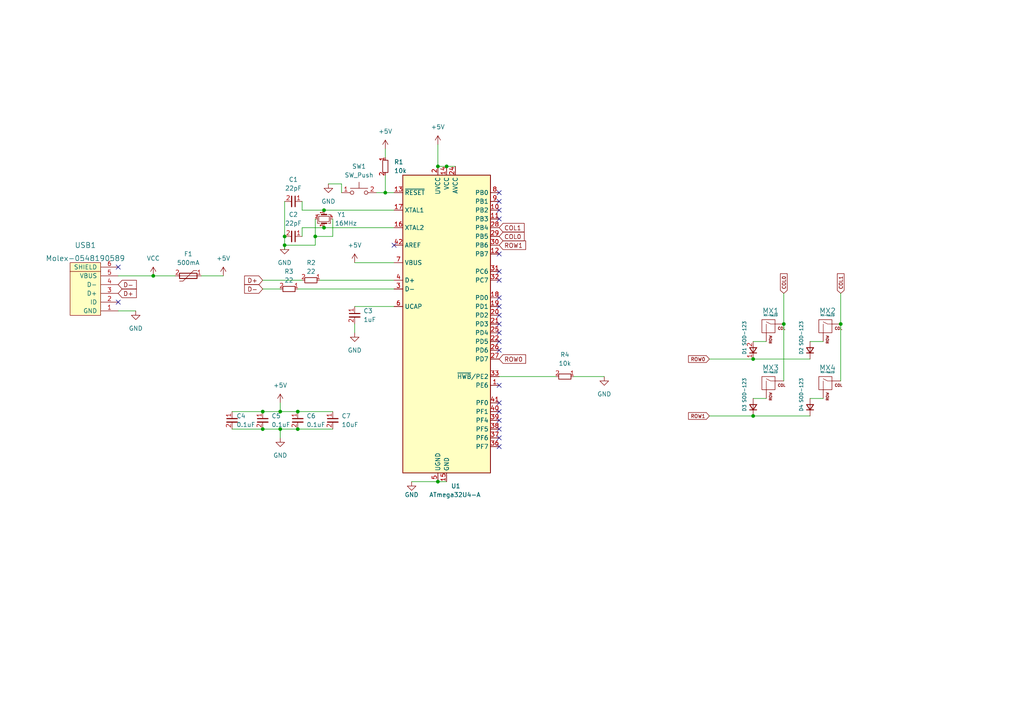
<source format=kicad_sch>
(kicad_sch (version 20211123) (generator eeschema)
  (paper "A4")
  (lib_symbols
    (symbol "C_Small_1" (pin_names (offset 0.254) hide)
      (property "Reference" "C" (at 0.254 1.778 0))
      (property "Value" "C_Small_1" (at 0.254 -2.032 0))
      (symbol "C_Small_1_0_1"
        (polyline (pts (xy -1.524 -0.508) (xy 1.524 -0.508)) (stroke (width 0.3302)))
        (polyline (pts (xy -1.524 0.508) (xy 1.524 0.508)) (stroke (width 0.3048)))
      )
      (symbol "C_Small_1_1_1"
        (pin passive line (at 0 2.54 270) (length 2.032) (name "~") (number "1"))
        (pin passive line (at 0 -2.54 90) (length 2.032) (name "~") (number "2"))
      )
    )
    (symbol "C_Small_2" (pin_names (offset 0.254) hide)
      (property "Reference" "C" (at 0.254 1.778 0))
      (property "Value" "C_Small_2" (at 0.254 -2.032 0))
      (symbol "C_Small_2_0_1"
        (polyline (pts (xy -1.524 -0.508) (xy 1.524 -0.508)) (stroke (width 0.3302)))
        (polyline (pts (xy -1.524 0.508) (xy 1.524 0.508)) (stroke (width 0.3048)))
      )
      (symbol "C_Small_2_1_1"
        (pin passive line (at 0 2.54 270) (length 2.032) (name "~") (number "1"))
        (pin passive line (at 0 -2.54 90) (length 2.032) (name "~") (number "2"))
      )
    )
    (symbol "C_Small_3" (pin_names (offset 0.254) hide)
      (property "Reference" "C" (at 0.254 1.778 0))
      (property "Value" "C_Small_3" (at 0.254 -2.032 0))
      (symbol "C_Small_3_0_1"
        (polyline (pts (xy -1.524 -0.508) (xy 1.524 -0.508)) (stroke (width 0.3302)))
        (polyline (pts (xy -1.524 0.508) (xy 1.524 0.508)) (stroke (width 0.3048)))
      )
      (symbol "C_Small_3_1_1"
        (pin passive line (at 0 2.54 270) (length 2.032) (name "~") (number "1"))
        (pin passive line (at 0 -2.54 90) (length 2.032) (name "~") (number "2"))
      )
    )
    (symbol "C_Small_4" (pin_names (offset 0.254) hide)
      (property "Reference" "C" (at 0.254 1.778 0))
      (property "Value" "C_Small_4" (at 0.254 -2.032 0))
      (symbol "C_Small_4_0_1"
        (polyline (pts (xy -1.524 -0.508) (xy 1.524 -0.508)) (stroke (width 0.3302)))
        (polyline (pts (xy -1.524 0.508) (xy 1.524 0.508)) (stroke (width 0.3048)))
      )
      (symbol "C_Small_4_1_1"
        (pin passive line (at 0 2.54 270) (length 2.032) (name "~") (number "1"))
        (pin passive line (at 0 -2.54 90) (length 2.032) (name "~") (number "2"))
      )
    )
    (symbol "C_Small_5" (pin_names (offset 0.254) hide)
      (property "Reference" "C" (at 0.254 1.778 0))
      (property "Value" "C_Small_5" (at 0.254 -2.032 0))
      (symbol "C_Small_5_0_1"
        (polyline (pts (xy -1.524 -0.508) (xy 1.524 -0.508)) (stroke (width 0.3302)))
        (polyline (pts (xy -1.524 0.508) (xy 1.524 0.508)) (stroke (width 0.3048)))
      )
      (symbol "C_Small_5_1_1"
        (pin passive line (at 0 2.54 270) (length 2.032) (name "~") (number "1"))
        (pin passive line (at 0 -2.54 90) (length 2.032) (name "~") (number "2"))
      )
    )
    (symbol "C_Small_6" (pin_names (offset 0.254) hide)
      (property "Reference" "C" (at 0.254 1.778 0))
      (property "Value" "C_Small_6" (at 0.254 -2.032 0))
      (symbol "C_Small_6_0_1"
        (polyline (pts (xy -1.524 -0.508) (xy 1.524 -0.508)) (stroke (width 0.3302)))
        (polyline (pts (xy -1.524 0.508) (xy 1.524 0.508)) (stroke (width 0.3048)))
      )
      (symbol "C_Small_6_1_1"
        (pin passive line (at 0 2.54 270) (length 2.032) (name "~") (number "1"))
        (pin passive line (at 0 -2.54 90) (length 2.032) (name "~") (number "2"))
      )
    )
    (symbol "D_Small_1" (pin_names (offset 0.254) hide)
      (property "Reference" "D" (at -1.27 2.032 0))
      (property "Value" "D_Small_1" (at -3.81 -2.032 0))
      (symbol "D_Small_1_0_1"
        (polyline (pts (xy -0.762 -1.016) (xy -0.762 1.016)) (stroke (width 0.254)))
        (polyline (pts (xy -0.762 0) (xy 0.762 0)))
        (polyline (pts (xy 0.762 -1.016) (xy -0.762 0) (xy 0.762 1.016) (xy 0.762 -1.016)) (stroke (width 0.254)))
      )
      (symbol "D_Small_1_1_1"
        (pin passive line (at -2.54 0 0) (length 1.778) (name "K") (number "1"))
        (pin passive line (at 2.54 0 180) (length 1.778) (name "A") (number "2"))
      )
    )
    (symbol "Device:C_Small" (pin_names (offset 0.254) hide)
      (property "Reference" "C" (at 0.254 1.778 0))
      (property "Value" "C_Small" (at 0.254 -2.032 0))
      (symbol "C_Small_0_1"
        (polyline (pts (xy -1.524 -0.508) (xy 1.524 -0.508)) (stroke (width 0.3302)))
        (polyline (pts (xy -1.524 0.508) (xy 1.524 0.508)) (stroke (width 0.3048)))
      )
      (symbol "C_Small_1_1"
        (pin passive line (at 0 2.54 270) (length 2.032) (name "~") (number "1"))
        (pin passive line (at 0 -2.54 90) (length 2.032) (name "~") (number "2"))
      )
    )
    (symbol "Device:Crystal_GND24_Small" (pin_names (offset 1.016) hide)
      (property "Reference" "Y" (at 1.27 4.445 0))
      (property "Value" "Crystal_GND24_Small" (at 1.27 2.54 0))
      (symbol "Crystal_GND24_Small_0_1"
        (rectangle (start -0.762 -1.524) (end 0.762 1.524))
        (polyline (pts (xy -1.27 -0.762) (xy -1.27 0.762)) (stroke (width 0.381)))
        (polyline (pts (xy 1.27 -0.762) (xy 1.27 0.762)) (stroke (width 0.381)))
        (polyline (pts (xy -1.27 -1.27) (xy -1.27 -1.905) (xy 1.27 -1.905) (xy 1.27 -1.27)))
        (polyline (pts (xy -1.27 1.27) (xy -1.27 1.905) (xy 1.27 1.905) (xy 1.27 1.27)))
      )
      (symbol "Crystal_GND24_Small_1_1"
        (pin passive line (at -2.54 0 0) (length 1.27) (name "1") (number "1"))
        (pin passive line (at 0 -2.54 90) (length 0.635) (name "2") (number "2"))
        (pin passive line (at 2.54 0 180) (length 1.27) (name "3") (number "3"))
        (pin passive line (at 0 2.54 270) (length 0.635) (name "4") (number "4"))
      )
    )
    (symbol "Device:D_Small" (pin_numbers hide) (pin_names (offset 0.254) hide)
      (property "Reference" "D" (at -1.27 2.032 0))
      (property "Value" "D_Small" (at -3.81 -2.032 0))
      (symbol "D_Small_0_1"
        (polyline (pts (xy -0.762 -1.016) (xy -0.762 1.016)) (stroke (width 0.254)))
        (polyline (pts (xy -0.762 0) (xy 0.762 0)))
        (polyline (pts (xy 0.762 -1.016) (xy -0.762 0) (xy 0.762 1.016) (xy 0.762 -1.016)) (stroke (width 0.254)))
      )
      (symbol "D_Small_1_1"
        (pin passive line (at -2.54 0 0) (length 1.778) (name "K") (number "1"))
        (pin passive line (at 2.54 0 180) (length 1.778) (name "A") (number "2"))
      )
    )
    (symbol "Device:Polyfuse" (pin_names (offset 0))
      (property "Reference" "F" (at -2.54 0 90))
      (property "Value" "Polyfuse" (at 2.54 0 90))
      (symbol "Polyfuse_0_1"
        (rectangle (start -0.762 2.54) (end 0.762 -2.54) (stroke (width 0.254)))
        (polyline (pts (xy 0 2.54) (xy 0 -2.54)))
        (polyline (pts (xy -1.524 2.54) (xy -1.524 1.524) (xy 1.524 -1.524) (xy 1.524 -2.54)))
      )
      (symbol "Polyfuse_1_1"
        (pin passive line (at 0 3.81 270) (length 1.27) (name "~") (number "1"))
        (pin passive line (at 0 -3.81 90) (length 1.27) (name "~") (number "2"))
      )
    )
    (symbol "Device:R_Small" (pin_names (offset 0.254) hide)
      (property "Reference" "R" (at 0.762 0.508 0))
      (property "Value" "R_Small" (at 0.762 -1.016 0))
      (symbol "R_Small_0_1"
        (rectangle (start -0.762 1.778) (end 0.762 -1.778) (stroke (width 0.2032)))
      )
      (symbol "R_Small_1_1"
        (pin passive line (at 0 2.54 270) (length 0.762) (name "~") (number "1"))
        (pin passive line (at 0 -2.54 90) (length 0.762) (name "~") (number "2"))
      )
    )
    (symbol "MCU_Microchip_ATmega:ATmega32U4-A"
      (property "Reference" "U" (at -12.7 44.45 0))
      (property "Value" "ATmega32U4-A" (at 2.54 -44.45 0))
      (symbol "ATmega32U4-A_0_1"
        (rectangle (start -12.7 -43.18) (end 12.7 43.18) (stroke (width 0.254)) (fill (type background)))
      )
      (symbol "ATmega32U4-A_1_1"
        (pin bidirectional line (at 15.24 -17.78 180) (length 2.54) (name "PE6") (number "1"))
        (pin bidirectional line (at 15.24 33.02 180) (length 2.54) (name "PB2") (number "10"))
        (pin bidirectional line (at 15.24 30.48 180) (length 2.54) (name "PB3") (number "11"))
        (pin bidirectional line (at 15.24 20.32 180) (length 2.54) (name "PB7") (number "12"))
        (pin input line (at -15.24 38.1 0) (length 2.54) (name "~{RESET}") (number "13"))
        (pin power_in line (at 0 45.72 270) (length 2.54) (name "VCC") (number "14"))
        (pin power_in line (at 0 -45.72 90) (length 2.54) (name "GND") (number "15"))
        (pin output line (at -15.24 27.94 0) (length 2.54) (name "XTAL2") (number "16"))
        (pin input line (at -15.24 33.02 0) (length 2.54) (name "XTAL1") (number "17"))
        (pin bidirectional line (at 15.24 7.62 180) (length 2.54) (name "PD0") (number "18"))
        (pin bidirectional line (at 15.24 5.08 180) (length 2.54) (name "PD1") (number "19"))
        (pin power_in line (at -2.54 45.72 270) (length 2.54) (name "UVCC") (number "2"))
        (pin bidirectional line (at 15.24 2.54 180) (length 2.54) (name "PD2") (number "20"))
        (pin bidirectional line (at 15.24 0 180) (length 2.54) (name "PD3") (number "21"))
        (pin bidirectional line (at 15.24 -5.08 180) (length 2.54) (name "PD5") (number "22"))
        (pin passive line (at 0 -45.72 90) (length 2.54) hide (name "GND") (number "23"))
        (pin power_in line (at 2.54 45.72 270) (length 2.54) (name "AVCC") (number "24"))
        (pin bidirectional line (at 15.24 -2.54 180) (length 2.54) (name "PD4") (number "25"))
        (pin bidirectional line (at 15.24 -7.62 180) (length 2.54) (name "PD6") (number "26"))
        (pin bidirectional line (at 15.24 -10.16 180) (length 2.54) (name "PD7") (number "27"))
        (pin bidirectional line (at 15.24 27.94 180) (length 2.54) (name "PB4") (number "28"))
        (pin bidirectional line (at 15.24 25.4 180) (length 2.54) (name "PB5") (number "29"))
        (pin bidirectional line (at -15.24 10.16 0) (length 2.54) (name "D-") (number "3"))
        (pin bidirectional line (at 15.24 22.86 180) (length 2.54) (name "PB6") (number "30"))
        (pin bidirectional line (at 15.24 15.24 180) (length 2.54) (name "PC6") (number "31"))
        (pin bidirectional line (at 15.24 12.7 180) (length 2.54) (name "PC7") (number "32"))
        (pin bidirectional line (at 15.24 -15.24 180) (length 2.54) (name "~{HWB}/PE2") (number "33"))
        (pin passive line (at 0 45.72 270) (length 2.54) hide (name "VCC") (number "34"))
        (pin passive line (at 0 -45.72 90) (length 2.54) hide (name "GND") (number "35"))
        (pin bidirectional line (at 15.24 -35.56 180) (length 2.54) (name "PF7") (number "36"))
        (pin bidirectional line (at 15.24 -33.02 180) (length 2.54) (name "PF6") (number "37"))
        (pin bidirectional line (at 15.24 -30.48 180) (length 2.54) (name "PF5") (number "38"))
        (pin bidirectional line (at 15.24 -27.94 180) (length 2.54) (name "PF4") (number "39"))
        (pin bidirectional line (at -15.24 12.7 0) (length 2.54) (name "D+") (number "4"))
        (pin bidirectional line (at 15.24 -25.4 180) (length 2.54) (name "PF1") (number "40"))
        (pin bidirectional line (at 15.24 -22.86 180) (length 2.54) (name "PF0") (number "41"))
        (pin passive line (at -15.24 22.86 0) (length 2.54) (name "AREF") (number "42"))
        (pin passive line (at 0 -45.72 90) (length 2.54) hide (name "GND") (number "43"))
        (pin passive line (at 2.54 45.72 270) (length 2.54) hide (name "AVCC") (number "44"))
        (pin passive line (at -2.54 -45.72 90) (length 2.54) (name "UGND") (number "5"))
        (pin passive line (at -15.24 5.08 0) (length 2.54) (name "UCAP") (number "6"))
        (pin input line (at -15.24 17.78 0) (length 2.54) (name "VBUS") (number "7"))
        (pin bidirectional line (at 15.24 38.1 180) (length 2.54) (name "PB0") (number "8"))
        (pin bidirectional line (at 15.24 35.56 180) (length 2.54) (name "PB1") (number "9"))
      )
    )
    (symbol "MX_Alps_Hybrid:MX-NoLED" (pin_names (offset 1.016))
      (property "Reference" "MX" (at -0.635 3.81 0))
      (property "Value" "MX-NoLED" (at -0.635 1.27 0))
      (symbol "MX-NoLED_0_0"
        (rectangle (start -2.54 2.54) (end 1.27 -1.27))
        (polyline (pts (xy -1.27 -1.27) (xy -1.27 1.27)) (stroke (width 0.127)))
        (polyline (pts (xy 1.27 1.27) (xy 0 1.27) (xy -1.27 1.905)) (stroke (width 0.127)))
        (text "COL" (at 3.175 0 0) (effects (font (size 0.762 0.762))))
        (text "ROW" (at 0 -1.905 900) (effects (font (size 0.762 0.762)) (justify right)))
      )
      (symbol "MX-NoLED_1_1"
        (pin passive line (at 3.81 1.27 180) (length 2.54) (name "COL") (number "1"))
        (pin passive line (at -1.27 -3.81 90) (length 2.54) (name "ROW") (number "2"))
      )
    )
    (symbol "R_Small_1" (pin_names (offset 0.254) hide)
      (property "Reference" "R" (at 0.762 0.508 0))
      (property "Value" "R_Small_1" (at 0.762 -1.016 0))
      (symbol "R_Small_1_0_1"
        (rectangle (start -0.762 1.778) (end 0.762 -1.778) (stroke (width 0.2032)))
      )
      (symbol "R_Small_1_1_1"
        (pin passive line (at 0 2.54 270) (length 0.762) (name "~") (number "1"))
        (pin passive line (at 0 -2.54 90) (length 0.762) (name "~") (number "2"))
      )
    )
    (symbol "R_Small_2" (pin_names (offset 0.254) hide)
      (property "Reference" "R" (at 0.762 0.508 0))
      (property "Value" "R_Small_2" (at 0.762 -1.016 0))
      (symbol "R_Small_2_0_1"
        (rectangle (start -0.762 1.778) (end 0.762 -1.778) (stroke (width 0.2032)))
      )
      (symbol "R_Small_2_1_1"
        (pin passive line (at 0 2.54 270) (length 0.762) (name "~") (number "1"))
        (pin passive line (at 0 -2.54 90) (length 0.762) (name "~") (number "2"))
      )
    )
    (symbol "R_Small_3" (pin_names (offset 0.254) hide)
      (property "Reference" "R" (at 0.762 0.508 0))
      (property "Value" "R_Small_3" (at 0.762 -1.016 0))
      (symbol "R_Small_3_0_1"
        (rectangle (start -0.762 1.778) (end 0.762 -1.778) (stroke (width 0.2032)))
      )
      (symbol "R_Small_3_1_1"
        (pin passive line (at 0 2.54 270) (length 0.762) (name "~") (number "1"))
        (pin passive line (at 0 -2.54 90) (length 0.762) (name "~") (number "2"))
      )
    )
    (symbol "Switch:SW_Push" (pin_names (offset 1.016) hide)
      (property "Reference" "SW" (at 1.27 2.54 0))
      (property "Value" "SW_Push" (at 0 -1.524 0))
      (symbol "SW_Push_0_1"
        (circle (center -2.032 0) (radius 0.508))
        (polyline (pts (xy 0 1.27) (xy 0 3.048)))
        (polyline (pts (xy 2.54 1.27) (xy -2.54 1.27)))
        (circle (center 2.032 0) (radius 0.508))
        (pin passive line (at -5.08 0 0) (length 2.54) (name "1") (number "1"))
        (pin passive line (at 5.08 0 180) (length 2.54) (name "2") (number "2"))
      )
    )
    (symbol "power:+5V" (power) (pin_names (offset 0))
      (property "Value" "+5V" (at 0 3.556 0))
      (symbol "+5V_0_1"
        (polyline (pts (xy -0.762 1.27) (xy 0 2.54)))
        (polyline (pts (xy 0 0) (xy 0 2.54)))
        (polyline (pts (xy 0 2.54) (xy 0.762 1.27)))
      )
      (symbol "+5V_1_1"
        (pin power_in line (at 0 0 90) (length 0) hide (name "+5V") (number "1"))
      )
    )
    (symbol "power:GND" (power) (pin_names (offset 0))
      (property "Value" "GND" (at 0 -3.81 0))
      (symbol "GND_0_1"
        (polyline (pts (xy 0 0) (xy 0 -1.27) (xy 1.27 -1.27) (xy 0 -2.54) (xy -1.27 -1.27) (xy 0 -1.27)))
      )
      (symbol "GND_1_1"
        (pin power_in line (at 0 0 270) (length 0) hide (name "GND") (number "1"))
      )
    )
    (symbol "power:VCC" (power) (pin_names (offset 0))
      (property "Value" "VCC" (at 0 3.81 0))
      (symbol "VCC_0_1"
        (polyline (pts (xy -0.762 1.27) (xy 0 2.54)))
        (polyline (pts (xy 0 0) (xy 0 2.54)))
        (polyline (pts (xy 0 2.54) (xy 0.762 1.27)))
      )
      (symbol "VCC_1_1"
        (pin power_in line (at 0 0 90) (length 0) hide (name "VCC") (number "1"))
      )
    )
    (symbol "random-keyboard-parts:Molex-0548190589" (pin_names (offset 1.016))
      (property "Reference" "USB" (at 0 7.62 0))
      (property "Value" "Molex-0548190589" (at 0 10.16 0))
      (symbol "Molex-0548190589_0_0"
        (polyline (pts (xy 6.35 -2.54) (xy 6.35 6.35)))
        (rectangle (start 8.89 -2.54) (end -6.35 6.35) (fill (type background)))
      )
      (symbol "Molex-0548190589_1_1"
        (pin input line (at -5.08 -7.62 90) (length 5.08) (name "GND") (number "1"))
        (pin input line (at -2.54 -7.62 90) (length 5.08) (name "ID") (number "2"))
        (pin input line (at 0 -7.62 90) (length 5.08) (name "D+") (number "3"))
        (pin input line (at 2.54 -7.62 90) (length 5.08) (name "D-") (number "4"))
        (pin input line (at 5.08 -7.62 90) (length 5.08) (name "VBUS") (number "5"))
        (pin input line (at 7.62 -7.62 90) (length 5.08) (name "SHIELD") (number "6"))
      )
    )
  )
  (junction (at 93.98 60.96))
  (junction (at 127 139.7))
  (junction (at 218.44 104.14))
  (junction (at 91.44 68.58))
  (junction (at 82.55 68.58))
  (junction (at 129.54 48.26))
  (junction (at 243.84 93.98))
  (junction (at 111.76 55.88))
  (junction (at 81.28 124.46))
  (junction (at 218.44 120.65))
  (junction (at 81.28 119.38))
  (junction (at 76.2 119.38))
  (junction (at 86.36 124.46))
  (junction (at 86.36 119.38))
  (junction (at 127 48.26))
  (junction (at 44.45 80.01))
  (junction (at 227.33 93.98))
  (junction (at 93.98 66.04))
  (junction (at 82.55 71.12))
  (junction (at 76.2 124.46))
  (no_connect (at 114.3 71.12))
  (no_connect (at 144.78 63.5))
  (no_connect (at 144.78 60.96))
  (no_connect (at 144.78 58.42))
  (no_connect (at 144.78 55.88))
  (no_connect (at 144.78 73.66))
  (no_connect (at 34.29 87.63))
  (no_connect (at 34.29 77.47))
  (no_connect (at 144.78 86.36))
  (no_connect (at 144.78 78.74))
  (no_connect (at 144.78 81.28))
  (no_connect (at 144.78 88.9))
  (no_connect (at 144.78 91.44))
  (no_connect (at 144.78 99.06))
  (no_connect (at 144.78 96.52))
  (no_connect (at 144.78 93.98))
  (no_connect (at 144.78 101.6))
  (no_connect (at 144.78 111.76))
  (no_connect (at 144.78 116.84))
  (no_connect (at 144.78 129.54))
  (no_connect (at 144.78 127))
  (no_connect (at 144.78 124.46))
  (no_connect (at 144.78 121.92))
  (no_connect (at 144.78 119.38))
  (wire (pts (xy 92.71 81.28) (xy 114.3 81.28)))
  (wire (pts (xy 86.36 83.82) (xy 114.3 83.82)))
  (wire (pts (xy 82.55 68.58) (xy 82.55 71.12)))
  (wire (pts (xy 91.44 68.58) (xy 91.44 71.12)))
  (wire (pts (xy 109.22 55.88) (xy 111.76 55.88)))
  (wire (pts (xy 95.25 53.34) (xy 99.06 53.34)))
  (wire (pts (xy 67.31 119.38) (xy 76.2 119.38)))
  (wire (pts (xy 111.76 55.88) (xy 114.3 55.88)))
  (wire (pts (xy 76.2 83.82) (xy 81.28 83.82)))
  (wire (pts (xy 144.78 109.22) (xy 161.29 109.22)))
  (wire (pts (xy 127 48.26) (xy 129.54 48.26)))
  (wire (pts (xy 127 139.7) (xy 129.54 139.7)))
  (wire (pts (xy 243.84 93.98) (xy 243.84 110.49)))
  (wire (pts (xy 67.31 124.46) (xy 76.2 124.46)))
  (wire (pts (xy 93.98 66.04) (xy 114.3 66.04)))
  (wire (pts (xy 81.28 116.84) (xy 81.28 119.38)))
  (wire (pts (xy 243.84 85.09) (xy 243.84 93.98)))
  (wire (pts (xy 34.29 80.01) (xy 44.45 80.01)))
  (wire (pts (xy 87.63 66.04) (xy 93.98 66.04)))
  (wire (pts (xy 127 139.7) (xy 119.38 139.7)))
  (wire (pts (xy 86.36 119.38) (xy 96.52 119.38)))
  (wire (pts (xy 227.33 85.09) (xy 227.33 93.98)))
  (wire (pts (xy 218.44 99.06) (xy 222.25 99.06)))
  (wire (pts (xy 87.63 58.42) (xy 87.63 60.96)))
  (wire (pts (xy 76.2 81.28) (xy 87.63 81.28)))
  (wire (pts (xy 96.52 63.5) (xy 96.52 68.58)))
  (wire (pts (xy 227.33 93.98) (xy 227.33 110.49)))
  (wire (pts (xy 102.87 88.9) (xy 114.3 88.9)))
  (wire (pts (xy 218.44 115.57) (xy 222.25 115.57)))
  (wire (pts (xy 81.28 119.38) (xy 86.36 119.38)))
  (wire (pts (xy 76.2 119.38) (xy 81.28 119.38)))
  (wire (pts (xy 82.55 71.12) (xy 91.44 71.12)))
  (wire (pts (xy 96.52 68.58) (xy 91.44 68.58)))
  (wire (pts (xy 99.06 53.34) (xy 99.06 55.88)))
  (wire (pts (xy 91.44 63.5) (xy 91.44 68.58)))
  (wire (pts (xy 82.55 58.42) (xy 82.55 68.58)))
  (wire (pts (xy 86.36 124.46) (xy 96.52 124.46)))
  (wire (pts (xy 129.54 48.26) (xy 132.08 48.26)))
  (wire (pts (xy 102.87 93.98) (xy 102.87 96.52)))
  (wire (pts (xy 205.74 104.14) (xy 218.44 104.14)))
  (wire (pts (xy 127 41.91) (xy 127 48.26)))
  (wire (pts (xy 234.95 115.57) (xy 238.76 115.57)))
  (wire (pts (xy 218.44 104.14) (xy 234.95 104.14)))
  (wire (pts (xy 111.76 50.8) (xy 111.76 55.88)))
  (wire (pts (xy 234.95 99.06) (xy 238.76 99.06)))
  (wire (pts (xy 44.45 80.01) (xy 50.8 80.01)))
  (wire (pts (xy 205.74 120.65) (xy 218.44 120.65)))
  (wire (pts (xy 102.87 76.2) (xy 114.3 76.2)))
  (wire (pts (xy 81.28 124.46) (xy 81.28 127)))
  (wire (pts (xy 87.63 60.96) (xy 93.98 60.96)))
  (wire (pts (xy 76.2 124.46) (xy 81.28 124.46)))
  (wire (pts (xy 218.44 120.65) (xy 234.95 120.65)))
  (wire (pts (xy 81.28 124.46) (xy 86.36 124.46)))
  (wire (pts (xy 58.42 80.01) (xy 64.77 80.01)))
  (wire (pts (xy 82.55 71.12) (xy 82.55 72.39)))
  (wire (pts (xy 166.37 109.22) (xy 175.26 109.22)))
  (wire (pts (xy 111.76 43.18) (xy 111.76 45.72)))
  (wire (pts (xy 34.29 90.17) (xy 39.37 90.17)))
  (wire (pts (xy 87.63 68.58) (xy 87.63 66.04)))
  (wire (pts (xy 93.98 60.96) (xy 114.3 60.96)))
  (global_label "D-" (shape input) (at 34.29 82.55 0) (property "Intersheet References" "${INTERSHEET_REFS}" (effects hide)))
  (global_label "COL0" (shape input) (at 227.33 85.09 90) (effects (font (size 1 1))) (property "Intersheet References" "${INTERSHEET_REFS}" (effects hide)))
  (global_label "COL1" (shape input) (at 243.84 85.09 90) (effects (font (size 1 1))) (property "Intersheet References" "${INTERSHEET_REFS}" (effects hide)))
  (global_label "D+" (shape input) (at 34.29 85.09 0) (property "Intersheet References" "${INTERSHEET_REFS}" (effects hide)))
  (global_label "ROW0" (shape input) (at 144.78 104.14 0) (property "Intersheet References" "${INTERSHEET_REFS}" (effects hide)))
  (global_label "COL0" (shape input) (at 144.78 68.58 0) (property "Intersheet References" "${INTERSHEET_REFS}" (effects hide)))
  (global_label "COL1" (shape input) (at 144.78 66.04 0) (property "Intersheet References" "${INTERSHEET_REFS}" (effects hide)))
  (global_label "D-" (shape input) (at 76.2 83.82 180) (property "Intersheet References" "${INTERSHEET_REFS}" (effects hide)))
  (global_label "ROW1" (shape input) (at 205.74 120.65 180) (effects (font (size 1 1))) (property "Intersheet References" "${INTERSHEET_REFS}" (effects hide)))
  (global_label "D+" (shape input) (at 76.2 81.28 180) (property "Intersheet References" "${INTERSHEET_REFS}" (effects hide)))
  (global_label "ROW0" (shape input) (at 205.74 104.14 180) (effects (font (size 1 1))) (property "Intersheet References" "${INTERSHEET_REFS}" (effects hide)))
  (global_label "ROW1" (shape input) (at 144.78 71.12 0) (property "Intersheet References" "${INTERSHEET_REFS}" (effects hide)))
  (symbol (lib_id "power:GND") (at 82.55 71.12 0) (unit 1)
    (property "Reference" "#PWR06" (effects hide))
    (property "Value" "GND" (at 82.55 76.2 0))
  )
  (symbol (lib_id "power:GND") (at 175.26 109.22 0) (unit 1)
    (property "Reference" "#PWR010" (effects hide))
    (property "Value" "GND" (at 175.26 114.3 0))
  )
  (symbol (lib_id "power:+5V") (at 111.76 43.18 0) (unit 1)
    (property "Reference" "#PWR02" (effects hide))
    (property "Value" "+5V" (at 111.76 38.1 0))
  )
  (symbol (lib_id "Device:Polyfuse") (at 54.61 80.01 270) (unit 1)
    (property "Reference" "F1" (at 54.61 73.66 90))
    (property "Value" "500mA" (at 54.61 76.2 90))
    (property "Footprint" "Fuse:Fuse_1206_3216Metric" (effects hide))
  )
  (symbol (lib_id "power:+5V") (at 102.87 76.2 0) (unit 1)
    (property "Reference" "#PWR08" (effects hide))
    (property "Value" "+5V" (at 102.87 71.12 0))
  )
  (symbol (lib_id "Device:Crystal_GND24_Small") (at 93.98 63.5 270) (unit 1)
    (property "Reference" "Y1" (at 99.06 62.23 90))
    (property "Value" "16MHz" (at 100.33 64.77 90))
    (property "Footprint" "Crystal:Crystal_SMD_3225-4Pin_3.2x2.5mm" (effects hide))
  )
  (symbol (lib_id "power:+5V") (at 64.77 80.01 0) (unit 1)
    (property "Reference" "#PWR05" (effects hide))
    (property "Value" "+5V" (at 64.77 74.93 0))
  )
  (symbol (lib_id "power:VCC") (at 44.45 80.01 0) (unit 1)
    (property "Reference" "#PWR04" (effects hide))
    (property "Value" "VCC" (at 44.45 74.93 0))
  )
  (symbol (lib_name "C_Small_6") (lib_id "Device:C_Small") (at 85.09 58.42 270) (unit 1)
    (property "Reference" "C1" (at 85.0836 52.07 90))
    (property "Value" "22pF" (at 85.0836 54.61 90))
    (property "Footprint" "Capacitor_SMD:C_0805_2012Metric" (effects hide))
  )
  (symbol (lib_id "random-keyboard-parts:Molex-0548190589") (at 26.67 85.09 90) (unit 1)
    (property "Reference" "USB1" (at 24.765 71.12 90) (effects (font (size 1.524 1.524))))
    (property "Value" "Molex-0548190589" (at 24.765 74.93 90) (effects (font (size 1.524 1.524))))
    (property "Footprint" "random-keyboard-parts:Molex-0548190589" (effects hide))
  )
  (symbol (lib_id "MX_Alps_Hybrid:MX-NoLED") (at 223.52 95.25 0) (unit 1)
    (property "Reference" "MX1" (at 223.52 90.17 0) (effects (font (size 1.524 1.524))))
    (property "Value" "MX-NoLED" (at 223.52 91.44 0) (effects (font (size 0.508 0.508))))
    (property "Footprint" "MX_Alps_Hybrid:MX-1U-NoLED" (effects hide))
  )
  (symbol (lib_id "Device:R_Small") (at 111.76 48.26 0) (unit 1)
    (property "Reference" "R1" (at 114.3 46.9899 0) (effects (justify left)))
    (property "Value" "10k" (at 114.3 49.5299 0) (effects (justify left)))
    (property "Footprint" "Resistor_SMD:R_0805_2012Metric" (effects hide))
  )
  (symbol (lib_id "Device:D_Small") (at 234.95 101.6 90) (unit 1)
    (property "Reference" "D2" (at 232.41 102.87 0) (effects (font (size 1 1)) (justify left)))
    (property "Value" "SOD-123" (at 232.41 100.33 0) (effects (font (size 1 1)) (justify left)))
    (property "Footprint" "Diode_SMD:D_SOD-123" (effects hide))
  )
  (symbol (lib_name "C_Small_2") (lib_id "Device:C_Small") (at 76.2 121.92 0) (unit 1)
    (property "Reference" "C5" (at 78.74 120.65 0) (effects (justify left)))
    (property "Value" "0.1uF" (at 78.74 123.1962 0) (effects (justify left)))
    (property "Footprint" "Capacitor_SMD:C_0805_2012Metric" (effects hide))
  )
  (symbol (lib_name "R_Small_1") (lib_id "Device:R_Small") (at 83.82 83.82 270) (unit 1)
    (property "Reference" "R3" (at 83.82 78.74 90))
    (property "Value" "22" (at 83.82 81.28 90))
    (property "Footprint" "Resistor_SMD:R_0805_2012Metric" (effects hide))
  )
  (symbol (lib_name "C_Small_3") (lib_id "Device:C_Small") (at 86.36 121.92 0) (unit 1)
    (property "Reference" "C6" (at 88.9 120.65 0) (effects (justify left)))
    (property "Value" "0.1uF" (at 88.9 123.1962 0) (effects (justify left)))
    (property "Footprint" "Capacitor_SMD:C_0805_2012Metric" (effects hide))
  )
  (symbol (lib_id "MX_Alps_Hybrid:MX-NoLED") (at 240.03 111.76 0) (unit 1)
    (property "Reference" "MX4" (at 240.03 106.68 0) (effects (font (size 1.524 1.524))))
    (property "Value" "MX-NoLED" (at 240.03 107.95 0) (effects (font (size 0.508 0.508))))
    (property "Footprint" "MX_Alps_Hybrid:MX-1U-NoLED" (effects hide))
  )
  (symbol (lib_name "D_Small_1") (lib_id "Device:D_Small") (at 218.44 101.6 90) (unit 1)
    (property "Reference" "D1" (at 215.9 102.87 0) (effects (font (size 1 1)) (justify left)))
    (property "Value" "SOD-123" (at 215.9 100.33 0) (effects (font (size 1 1)) (justify left)))
    (property "Footprint" "Diode_SMD:D_SOD-123" (effects hide))
  )
  (symbol (lib_id "MX_Alps_Hybrid:MX-NoLED") (at 240.03 95.25 0) (unit 1)
    (property "Reference" "MX2" (at 240.03 90.17 0) (effects (font (size 1.524 1.524))))
    (property "Value" "MX-NoLED" (at 240.03 91.44 0) (effects (font (size 0.508 0.508))))
    (property "Footprint" "MX_Alps_Hybrid:MX-1U-NoLED" (effects hide))
  )
  (symbol (lib_id "power:+5V") (at 127 41.91 0) (unit 1)
    (property "Reference" "#PWR01" (effects hide))
    (property "Value" "+5V" (at 127 36.83 0))
  )
  (symbol (lib_id "Device:D_Small") (at 234.95 118.11 90) (unit 1)
    (property "Reference" "D4" (at 232.41 119.38 0) (effects (font (size 1 1)) (justify left)))
    (property "Value" "SOD-123" (at 232.41 116.84 0) (effects (font (size 1 1)) (justify left)))
    (property "Footprint" "Diode_SMD:D_SOD-123" (effects hide))
  )
  (symbol (lib_id "power:+5V") (at 81.28 116.84 0) (unit 1)
    (property "Reference" "#PWR011" (effects hide))
    (property "Value" "+5V" (at 81.28 111.76 0))
  )
  (symbol (lib_id "power:GND") (at 95.25 53.34 0) (unit 1)
    (property "Reference" "#PWR03" (effects hide))
    (property "Value" "GND" (at 95.25 58.42 0))
  )
  (symbol (lib_id "MX_Alps_Hybrid:MX-NoLED") (at 223.52 111.76 0) (unit 1)
    (property "Reference" "MX3" (at 223.52 106.68 0) (effects (font (size 1.524 1.524))))
    (property "Value" "MX-NoLED" (at 223.52 107.95 0) (effects (font (size 0.508 0.508))))
    (property "Footprint" "MX_Alps_Hybrid:MX-1U-NoLED" (effects hide))
  )
  (symbol (lib_id "power:GND") (at 102.87 96.52 0) (unit 1)
    (property "Reference" "#PWR09" (effects hide))
    (property "Value" "GND" (at 102.87 101.6 0))
  )
  (symbol (lib_name "R_Small_2") (lib_id "Device:R_Small") (at 90.17 81.28 270) (unit 1)
    (property "Reference" "R2" (at 88.9 76.2 90) (effects (justify left)))
    (property "Value" "22" (at 88.9 78.74 90) (effects (justify left)))
    (property "Footprint" "Resistor_SMD:R_0805_2012Metric" (effects hide))
  )
  (symbol (lib_id "MCU_Microchip_ATmega:ATmega32U4-A") (at 129.54 93.98 0) (unit 1)
    (property "Reference" "U1" (at 130.81 140.97 0) (effects (justify left)))
    (property "Value" "ATmega32U4-A" (at 124.46 143.51 0) (effects (justify left)))
    (property "Footprint" "Package_QFP:TQFP-44_10x10mm_P0.8mm" (effects hide))
    (property "Datasheet" "http://ww1.microchip.com/downloads/en/DeviceDoc/Atmel-7766-8-bit-AVR-ATmega16U4-32U4_Datasheet.pdf" (effects hide))
  )
  (symbol (lib_id "power:GND") (at 119.38 139.7 0) (unit 1)
    (property "Reference" "#PWR013" (effects hide))
    (property "Value" "GND" (at 119.38 143.51 0))
  )
  (symbol (lib_id "power:GND") (at 81.28 127 0) (unit 1)
    (property "Reference" "#PWR012" (effects hide))
    (property "Value" "GND" (at 81.28 132.08 0))
  )
  (symbol (lib_name "R_Small_3") (lib_id "Device:R_Small") (at 163.83 109.22 270) (unit 1)
    (property "Reference" "R4" (at 163.83 102.87 90))
    (property "Value" "10k" (at 163.83 105.41 90))
    (property "Footprint" "Resistor_SMD:R_0805_2012Metric" (effects hide))
  )
  (symbol (lib_id "power:GND") (at 39.37 90.17 0) (unit 1)
    (property "Reference" "#PWR07" (effects hide))
    (property "Value" "GND" (at 39.37 95.25 0))
  )
  (symbol (lib_id "Switch:SW_Push") (at 104.14 55.88 0) (unit 1)
    (property "Reference" "SW1" (at 104.14 48.26 0))
    (property "Value" "SW_Push" (at 104.14 50.8 0))
    (property "Footprint" "random-keyboard-parts:SKQG-1155865" (effects hide))
  )
  (symbol (lib_name "C_Small_5") (lib_id "Device:C_Small") (at 102.87 91.44 0) (unit 1)
    (property "Reference" "C3" (at 105.41 90.1762 0) (effects (justify left)))
    (property "Value" "1uF" (at 105.41 92.7162 0) (effects (justify left)))
    (property "Footprint" "Capacitor_SMD:C_0805_2012Metric" (effects hide))
  )
  (symbol (lib_id "Device:C_Small") (at 85.09 68.58 270) (unit 1)
    (property "Reference" "C2" (at 85.0836 62.23 90))
    (property "Value" "22pF" (at 85.0836 64.77 90))
    (property "Footprint" "Capacitor_SMD:C_0805_2012Metric" (effects hide))
  )
  (symbol (lib_name "C_Small_1") (lib_id "Device:C_Small") (at 67.31 121.92 0) (unit 1)
    (property "Reference" "C4" (at 68.58 120.65 0) (effects (justify left)))
    (property "Value" "0.1uF" (at 68.58 123.1962 0) (effects (justify left)))
    (property "Footprint" "Capacitor_SMD:C_0805_2012Metric" (effects hide))
  )
  (symbol (lib_id "Device:D_Small") (at 218.44 118.11 90) (unit 1)
    (property "Reference" "D3" (at 215.9 119.38 0) (effects (font (size 1 1)) (justify left)))
    (property "Value" "SOD-123" (at 215.9 116.84 0) (effects (font (size 1 1)) (justify left)))
    (property "Footprint" "Diode_SMD:D_SOD-123" (effects hide))
  )
  (symbol (lib_name "C_Small_4") (lib_id "Device:C_Small") (at 96.52 121.92 0) (unit 1)
    (property "Reference" "C7" (at 99.06 120.6562 0) (effects (justify left)))
    (property "Value" "10uF" (at 99.06 123.1962 0) (effects (justify left)))
    (property "Footprint" "Capacitor_SMD:C_0805_2012Metric" (effects hide))
  )
)
</source>
